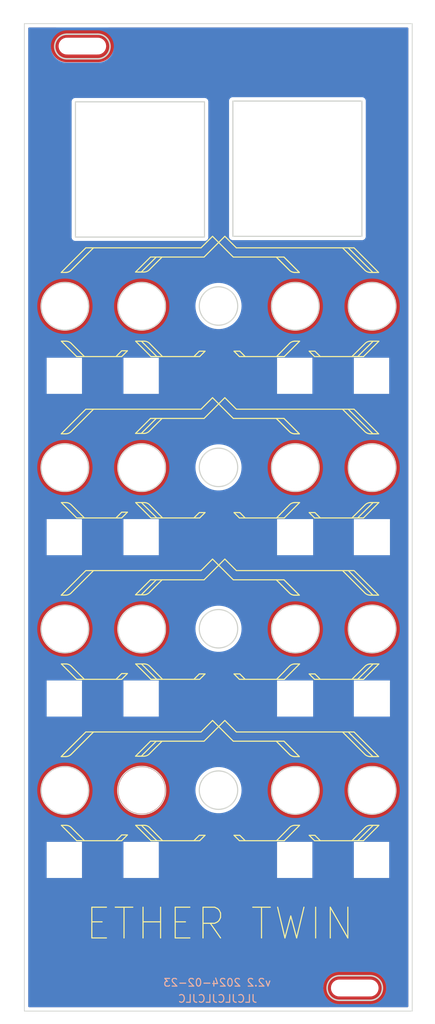
<source format=kicad_pcb>
(kicad_pcb (version 20221018) (generator pcbnew)
  (layers (0 "F.Cu" signal) (31 "B.Cu" signal) (34 "B.Paste" user) (35 "F.Paste" user) (36 "B.SilkS" user "B.Silkscreen") (37 "F.SilkS" user "F.Silkscreen") (38 "B.Mask" user) (39 "F.Mask" user) (44 "Edge.Cuts" user))
  (net 0 "")
  (gr_line (start 89.8 154.15) (end 89.8 149.65) (stroke (width 0.2)) (layer "F.Cu"))
  (gr_line (start 90.55 153.4) (end 90.55 150.15) (stroke (width 0.2)) (layer "F.Cu"))
  (gr_line (start 94.8 153.4) (end 93.8 153.4) (stroke (width 0.2)) (layer "F.Cu"))
  (gr_circle (center 132.278087 65.39942) (end 135.678087 65.39942) (stroke (width 0.75)) (fill none) (layer "F.Cu"))
  (gr_line (start 89.8 144.9) (end 89.8 149.65) (stroke (width 0.2)) (layer "F.Cu"))
  (gr_line (start 92.55 151.15) (end 91.55 151.9) (stroke (width 0.2)) (layer "F.Cu"))
  (gr_arc (start 92.55 33.15) (mid 90.95 31.55) (end 92.55 29.95) (stroke (width 1)) (layer "F.Cu"))
  (gr_line (start 90.55 149.15) (end 90.55 150.15) (stroke (width 0.2)) (layer "F.Cu"))
  (gr_line (start 135.8 34.55) (end 135.8 33.05) (stroke (width 0.2)) (layer "F.Cu"))
  (gr_circle (center 102.271299 86.406257) (end 105.671299 86.406257) (stroke (width 0.75)) (fill none) (layer "F.Cu"))
  (gr_circle (center 102.276073 107.39942) (end 105.676073 107.39942) (stroke (width 0.75)) (fill none) (layer "F.Cu"))
  (gr_circle (center 102.27708 65.39942) (end 105.67708 65.39942) (stroke (width 0.75)) (fill none) (layer "F.Cu"))
  (gr_line (start 99.325 30.7) (end 100.175 31.5) (stroke (width 0.2)) (layer "F.Cu"))
  (gr_line (start 129.55 32.3) (end 130.55 32.3) (stroke (width 0.2)) (layer "F.Cu"))
  (gr_arc (start 128.02 155.72) (mid 126.42 154.12) (end 128.02 152.52) (stroke (width 1)) (layer "F.Cu"))
  (gr_line (start 88.55 152.65) (end 91.3 152.65) (stroke (width 0.2)) (layer "F.Cu"))
  (gr_line (start 135.8 33.05) (end 133.05 33.05) (stroke (width 0.2)) (layer "F.Cu"))
  (gr_line (start 90.55 149.15) (end 92.55 151.15) (stroke (width 0.2)) (layer "F.Cu"))
  (gr_line (start 91.3 152.65) (end 91.3 152.15) (stroke (width 0.2)) (layer "F.Cu"))
  (gr_line (start 133.05 33.05) (end 133.05 30.3) (stroke (width 0.2)) (layer "F.Cu"))
  (gr_line (start 94.8 153.4) (end 93.05 151.65) (stroke (width 0.2)) (layer "F.Cu"))
  (gr_line (start 91.3 155.4) (end 92.8 155.4) (stroke (width 0.2)) (layer "F.Cu"))
  (gr_line (start 132.02 155.72) (end 128.02 155.72) (stroke (width 1)) (layer "F.Cu"))
  (gr_line (start 91.3 152.65) (end 91.3 155.4) (stroke (width 0.2)) (layer "F.Cu"))
  (gr_line (start 134.55 36.05) (end 134.55 40.8) (stroke (width 0.2)) (layer "F.Cu"))
  (gr_circle (center 132.27708 128.39942) (end 135.67708 128.39942) (stroke (width 0.75)) (fill none) (layer "F.Cu"))
  (gr_arc (start 92.55 33.15) (mid 90.95 31.55) (end 92.55 29.95) (stroke (width 1)) (layer "F.Cu"))
  (gr_line (start 131.3 34.05) (end 132.3 33.3) (stroke (width 0.2)) (layer "F.Cu"))
  (gr_line (start 124.15 154.15) (end 89.8 154.15) (stroke (width 0.2)) (layer "F.Cu"))
  (gr_arc (start 96.55 29.95) (mid 98.15 31.55) (end 96.55 33.15) (stroke (width 1)) (layer "F.Cu"))
  (gr_line (start 96.55 33.15) (end 92.55 33.15) (stroke (width 1)) (layer "F.Cu"))
  (gr_circle (center 132.272306 86.406257) (end 135.672306 86.406257) (stroke (width 0.75)) (fill none) (layer "F.Cu"))
  (gr_circle (center 122.276007 128.4) (end 125.676007 128.4) (stroke (width 0.75)) (fill none) (layer "F.Cu"))
  (gr_circle (center 122.276007 107.4) (end 125.676007 107.4) (stroke (width 0.75)) (fill none) (layer "F.Cu"))
  (gr_line (start 134.05 34.55) (end 135.8 34.55) (stroke (width 0.2)) (layer "F.Cu"))
  (gr_circle (center 132.27708 107.39942) (end 135.67708 107.39942) (stroke (width 0.75)) (fill none) (layer "F.Cu"))
  (gr_line (start 92.8 155.4) (end 92.8 153.65) (stroke (width 0.2)) (layer "F.Cu"))
  (gr_line (start 128.02 152.52) (end 132.02 152.52) (stroke (width 1)) (layer "F.Cu"))
  (gr_line (start 92.55 29.95) (end 96.55 29.95) (stroke (width 1)) (layer "F.Cu"))
  (gr_arc (start 134.05 34.55) (mid 133.342893 34.257107) (end 133.05 33.55) (stroke (width 0.2)) (layer "F.Cu"))
  (gr_circle (center 92.275 107.4) (end 95.675 107.4) (stroke (width 0.75)) (fill none) (layer "F.Cu"))
  (gr_circle (center 92.270226 86.406837) (end 95.670226 86.406837) (stroke (width 0.75)) (fill none) (layer "F.Cu"))
  (gr_line (start 133.8 36.55) (end 133.8 35.55) (stroke (width 0.2)) (layer "F.Cu"))
  (gr_line (start 93.05 151.65) (end 92.05 152.4) (stroke (width 0.2)) (layer "F.Cu"))
  (gr_line (start 131.8 34.55) (end 132.8 33.8) (stroke (width 0.2)) (layer "F.Cu"))
  (gr_line (start 124.925 154.875) (end 124.175 154.125) (stroke (width 0.2)) (layer "F.Cu"))
  (gr_circle (center 92.275 128.4) (end 95.675 128.355641) (stroke (width 0.75)) (fill none) (layer "F.Cu"))
  (gr_line (start 90.55 153.4) (end 93.8 153.4) (stroke (width 0.2)) (layer "F.Cu"))
  (gr_line (start 129.55 32.3) (end 131.3 34.05) (stroke (width 0.2)) (layer "F.Cu"))
  (gr_line (start 133.675 39.925) (end 134.55 40.8) (stroke (width 0.2)) (layer "F.Cu"))
  (gr_circle (center 122.277014 65.4) (end 125.677014 65.4) (stroke (width 0.75)) (fill none) (layer "F.Cu"))
  (gr_line (start 133.8 36.55) (end 131.8 34.55) (stroke (width 0.2)) (layer "F.Cu"))
  (gr_arc (start 96.55 29.95) (mid 98.15 31.55) (end 96.55 33.15) (stroke (width 1)) (layer "F.Cu"))
  (gr_line (start 131.55 30.3) (end 131.55 32.05) (stroke (width 0.2)) (layer "F.Cu"))
  (gr_line (start 133.05 33.05) (end 133.05 33.55) (stroke (width 0.2)) (layer "F.Cu"))
  (gr_line (start 100.175 31.5) (end 99.425 32.2) (stroke (width 0.2)) (layer "F.Cu"))
  (gr_line (start 92.55 29.95) (end 96.55 29.95) (stroke (width 1)) (layer "F.Cu"))
  (gr_line (start 133.8 32.3) (end 130.55 32.3) (stroke (width 0.2)) (layer "F.Cu"))
  (gr_line (start 96.55 33.15) (end 92.55 33.15) (stroke (width 1)) (layer "F.Cu"))
  (gr_line (start 88.55 151.15) (end 88.55 152.65) (stroke (width 0.2)) (layer "F.Cu"))
  (gr_arc (start 91.8 152.65) (mid 92.507107 152.942893) (end 92.8 153.65) (stroke (width 0.2)) (layer "F.Cu"))
  (gr_circle (center 102.276073 128.39942) (end 105.676073 128.39942) (stroke (width 0.75)) (fill none) (layer "F.Cu"))
  (gr_line (start 133.05 30.3) (end 131.55 30.3) (stroke (width 0.2)) (layer "F.Cu"))
  (gr_line (start 132.55 33.05) (end 133.05 33.05) (stroke (width 0.2)) (layer "F.Cu"))
  (gr_arc (start 90.3 151.15) (mid 91.007107 151.442893) (end 91.3 152.15) (stroke (width 0.2)) (layer "F.Cu"))
  (gr_line (start 134.55 31.55) (end 134.55 36.05) (stroke (width 0.2)) (layer "F.Cu"))
  (gr_arc (start 132.02 152.52) (mid 133.62 154.12) (end 132.02 155.72) (stroke (width 1)) (layer "F.Cu"))
  (gr_line (start 100.175 31.5) (end 134.525 31.5) (stroke (width 0.2)) (layer "F.Cu"))
  (gr_arc (start 132.55 33.05) (mid 131.842893 32.757107) (end 131.55 32.05) (stroke (width 0.2)) (layer "F.Cu"))
  (gr_circle (center 92.27708 65.4) (end 95.67708 65.4) (stroke (width 0.75)) (fill none) (layer "F.Cu"))
  (gr_line (start 91.8 152.65) (end 91.3 152.65) (stroke (width 0.2)) (layer "F.Cu"))
  (gr_line (start 90.3 151.15) (end 88.55 151.15) (stroke (width 0.2)) (layer "F.Cu"))
  (gr_line (start 133.8 32.3) (end 133.8 35.55) (stroke (width 0.2)) (layer "F.Cu"))
  (gr_line (start 124.2 154.15) (end 124.95 153.4) (stroke (width 0.2)) (layer "F.Cu"))
  (gr_circle (center 122.271233 86.406837) (end 125.671233 86.406837) (stroke (width 0.75)) (fill none) (layer "F.Cu"))
  (gr_line (start 89.8 144.9) (end 90.55 145.65) (stroke (width 0.2)) (layer "F.Cu"))
  (gr_line (start 91.8 124) (end 92.385786 124) (stroke (width 0.15)) (layer "F.SilkS"))
  (gr_line (start 101.491257 111.949999) (end 103.491257 113.949999) (stroke (width 0.15)) (layer "F.SilkS"))
  (gr_line (start 99.667893 113.95) (end 100.417893 113.2) (stroke (width 0.15)) (layer "F.SilkS"))
  (gr_arc (start 103.2678 102.657647) (mid 102.943566 102.874025) (end 102.561234 102.95) (stroke (width 0.15)) (layer "F.SilkS"))
  (gr_line (start 102.241257 90.949999) (end 104.241257 92.949999) (stroke (width 0.15)) (layer "F.SilkS"))
  (gr_line (start 101.475 81.95) (end 103.424007 79.999608) (stroke (width 0.15)) (layer "F.SilkS"))
  (gr_line (start 131.332107 123.707107) (end 128.428539 120.8) (stroke (width 0.15)) (layer "F.SilkS"))
  (gr_line (start 131.36585 133.242892) (end 129.65 134.95) (stroke (width 0.15)) (layer "F.SilkS"))
  (gr_line (start 131.332107 102.707107) (end 128.428539 99.8) (stroke (width 0.15)) (layer "F.SilkS"))
  (gr_line (start 120.8 59) (end 114.2 59) (stroke (width 0.15)) (layer "F.SilkS"))
  (gr_line (start 109.827043 113.949999) (end 110.527043 113.249999) (stroke (width 0.15)) (layer "F.SilkS"))
  (gr_line (start 122.833743 90.949999) (end 120.833743 92.949999) (stroke (width 0.15)) (layer "F.SilkS"))
  (gr_line (start 122.8 61) (end 122.214214 61) (stroke (width 0.15)) (layer "F.SilkS"))
  (gr_line (start 115.75 134.95) (end 115.05 134.25) (stroke (width 0.15)) (layer "F.SilkS"))
  (gr_line (start 122.833743 69.949999) (end 120.833743 71.949999) (stroke (width 0.15)) (layer "F.SilkS"))
  (gr_line (start 93.092893 60.707107) (end 95.4 58.4) (stroke (width 0.15)) (layer "F.SilkS"))
  (gr_line (start 101.491257 90.949999) (end 102.605794 90.949999) (stroke (width 0.15)) (layer "F.SilkS"))
  (gr_line (start 98.925 71.95) (end 99.675 71.2) (stroke (width 0.15)) (layer "F.SilkS"))
  (gr_line (start 122.8 82) (end 122.214214 82) (stroke (width 0.15)) (layer "F.SilkS"))
  (gr_line (start 91.8 124) (end 95 120.8) (stroke (width 0.15)) (layer "F.SilkS"))
  (gr_line (start 103.424007 79.999608) (end 110.4 80) (stroke (width 0.15)) (layer "F.SilkS"))
  (gr_line (start 110.4 101) (end 113.1 98.3) (stroke (width 0.15)) (layer "F.SilkS"))
  (gr_line (start 133.125 103) (end 129.924944 99.800276) (stroke (width 0.15)) (layer "F.SilkS"))
  (gr_arc (start 122.214214 124) (mid 121.831529 123.923884) (end 121.507107 123.707107) (stroke (width 0.15)) (layer "F.SilkS"))
  (gr_line (start 124.082107 92.25) (end 124.83415 92.250001) (stroke (width 0.15)) (layer "F.SilkS"))
  (gr_line (start 133.125 61) (end 132.039214 61) (stroke (width 0.15)) (layer "F.SilkS"))
  (gr_line (start 101.475 60.95) (end 103.424007 58.999608) (stroke (width 0.15)) (layer "F.SilkS"))
  (gr_line (start 91.816257 69.949999) (end 93.816257 71.949999) (stroke (width 0.15)) (layer "F.SilkS"))
  (gr_line (start 131.332107 60.707107) (end 128.428539 57.8) (stroke (width 0.15)) (layer "F.SilkS"))
  (gr_line (start 103.424007 100.999608) (end 110.4 101) (stroke (width 0.15)) (layer "F.SilkS"))
  (gr_arc (start 132.039214 82) (mid 131.656529 81.923883) (end 131.332107 81.707107) (stroke (width 0.15)) (layer "F.SilkS"))
  (gr_arc (start 103.2678 60.657647) (mid 102.943569 60.874036) (end 102.561234 60.95) (stroke (width 0.15)) (layer "F.SilkS"))
  (gr_line (start 101.491257 111.949999) (end 102.605794 111.949999) (stroke (width 0.15)) (layer "F.SilkS"))
  (gr_line (start 114.997957 71.949999) (end 114.297957 71.249999) (stroke (width 0.15)) (layer "F.SilkS"))
  (gr_line (start 133.158743 69.949999) (end 131.15 71.95) (stroke (width 0.15)) (layer "F.SilkS"))
  (gr_arc (start 93.092893 102.707107) (mid 92.768463 102.923854) (end 92.385786 103) (stroke (width 0.15)) (layer "F.SilkS"))
  (gr_line (start 110.527043 113.249999) (end 109.775 113.25) (stroke (width 0.15)) (layer "F.SilkS"))
  (gr_line (start 91.8 103) (end 95 99.8) (stroke (width 0.15)) (layer "F.SilkS"))
  (gr_line (start 101.475 60.95) (end 102.561234 60.95) (stroke (width 0.15)) (layer "F.SilkS"))
  (gr_line (start 103.491257 71.949999) (end 109.827043 71.949999) (stroke (width 0.15)) (layer "F.SilkS"))
  (gr_line (start 122.8 124) (end 120.8 122) (stroke (width 0.15)) (layer "F.SilkS"))
  (gr_line (start 101.491257 132.949999) (end 103.491257 134.949999) (stroke (width 0.15)) (layer "F.SilkS"))
  (gr_line (start 120.8 101) (end 114.2 101) (stroke (width 0.15)) (layer "F.SilkS"))
  (gr_line (start 121.506109 91.248933) (end 119.833743 92.949999) (stroke (width 0.15)) (layer "F.SilkS"))
  (gr_arc (start 122.214214 82) (mid 121.831529 81.923884) (end 121.507107 81.707107) (stroke (width 0.15)) (layer "F.SilkS"))
  (gr_line (start 114.297957 92.249999) (end 115.05 92.25) (stroke (width 0.15)) (layer "F.SilkS"))
  (gr_line (start 109.827043 92.949999) (end 110.527043 92.249999) (stroke (width 0.15)) (layer "F.SilkS"))
  (gr_arc (start 131.36585 91.242892) (mid 131.690261 91.026089) (end 132.072957 90.949999) (stroke (width 0.15)) (layer "F.SilkS"))
  (gr_line (start 131.15 92.95) (end 124.782107 92.95) (stroke (width 0.15)) (layer "F.SilkS"))
  (gr_arc (start 102.605794 132.949999) (mid 102.992403 133.027757) (end 103.318891 133.248933) (stroke (width 0.15)) (layer "F.SilkS"))
  (gr_line (start 114.2 101) (end 111.5 98.3) (stroke (width 0.15)) (layer "F.SilkS"))
  (gr_line (start 132.8 82) (end 132.214214 82) (stroke (width 0.15)) (layer "F.SilkS"))
  (gr_line (start 114.297957 134.249999) (end 115.05 134.25) (stroke (width 0.15)) (layer "F.SilkS"))
  (gr_line (start 110 78.8) (end 111.5 77.3) (stroke (width 0.15)) (layer "F.SilkS"))
  (gr_line (start 91.8 61) (end 92.385786 61) (stroke (width 0.15)) (layer "F.SilkS"))
  (gr_line (start 120.8 122) (end 114.2 122) (stroke (width 0.15)) (layer "F.SilkS"))
  (gr_line (start 98.925 92.95) (end 99.675 92.2) (stroke (width 0.15)) (layer "F.SilkS"))
  (gr_line (start 103.2678 60.657647) (end 104.92684 59.00114) (stroke (width 0.15)) (layer "F.SilkS"))
  (gr_line (start 122.8 82) (end 122.214214 82) (stroke (width 0.15)) (layer "F.SilkS"))
  (gr_line (start 103.424007 121.999608) (end 110.4 122) (stroke (width 0.15)) (layer "F.SilkS"))
  (gr_line (start 132.408743 90.949999) (end 130.4 92.95) (stroke (width 0.15)) (layer "F.SilkS"))
  (gr_line (start 99.667893 134.95) (end 100.417893 134.2) (stroke (width 0.15)) (layer "F.SilkS"))
  (gr_line (start 131.36585 112.242892) (end 129.65 113.95) (stroke (width 0.15)) (layer "F.SilkS"))
  (gr_line (start 102.225 102.95) (end 104.174007 100.999608) (stroke (width 0.15)) (layer "F.SilkS"))
  (gr_line (start 131.15 134.95) (end 124.782107 134.95) (stroke (width 0.15)) (layer "F.SilkS"))
  (gr_line (start 110.527043 92.249999) (end 109.775 92.25) (stroke (width 0.15)) (layer "F.SilkS"))
  (gr_arc (start 93.092893 123.707107) (mid 92.768468 123.923875) (end 92.385786 124) (stroke (width 0.15)) (layer "F.SilkS"))
  (gr_line (start 109.075 134.95) (end 109.775 134.25) (stroke (width 0.15)) (layer "F.SilkS"))
  (gr_line (start 103.2678 102.657647) (end 104.92684 101.00114) (stroke (width 0.15)) (layer "F.SilkS"))
  (gr_line (start 103.318891 133.248933) (end 104.991257 134.949999) (stroke (width 0.15)) (layer "F.SilkS"))
  (gr_line (start 103.491257 92.949999) (end 109.827043 92.949999) (stroke (width 0.15)) (layer "F.SilkS"))
  (gr_line (start 122.8 103) (end 120.8 101) (stroke (width 0.15)) (layer "F.SilkS"))
  (gr_line (start 122.8 124) (end 120.8 122) (stroke (width 0.15)) (layer "F.SilkS"))
  (gr_line (start 110.4 122) (end 113.1 119.3) (stroke (width 0.15)) (layer "F.SilkS"))
  (gr_line (start 131.36585 70.242892) (end 129.65 71.95) (stroke (width 0.15)) (layer "F.SilkS"))
  (gr_line (start 124.082107 113.25) (end 124.83415 113.250001) (stroke (width 0.15)) (layer "F.SilkS"))
  (gr_arc (start 122.214214 124) (mid 121.831529 123.923884) (end 121.507107 123.707107) (stroke (width 0.15)) (layer "F.SilkS"))
  (gr_line (start 101.475 123.95) (end 103.424007 121.999608) (stroke (width 0.15)) (layer "F.SilkS"))
  (gr_line (start 114.6 57.8) (end 113.1 56.3) (stroke (width 0.15)) (layer "F.SilkS"))
  (gr_line (start 101.8 123.95) (end 102.386234 123.95) (stroke (width 0.15)) (layer "F.SilkS"))
  (gr_line (start 132.408743 132.949999) (end 130.4 134.95) (stroke (width 0.15)) (layer "F.SilkS"))
  (gr_line (start 101.475 81.95) (end 102.561234 81.95) (stroke (width 0.15)) (layer "F.SilkS"))
  (gr_line (start 122.833743 69.949999) (end 122.219206 69.949999) (stroke (width 0.15)) (layer "F.SilkS"))
  (gr_line (start 93.10915 112.242892) (end 94.811863 113.948377) (stroke (width 0.15)) (layer "F.SilkS"))
  (gr_arc (start 132.039214 61) (mid 131.656529 60.923883) (end 131.332107 60.707107) (stroke (width 0.15)) (layer "F.SilkS"))
  (gr_line (start 121.507107 60.707107) (end 119.8 59) (stroke (width 0.15)) (layer "F.SilkS"))
  (gr_arc (start 93.092893 60.707107) (mid 92.768468 60.923875) (end 92.385786 61) (stroke (width 0.15)) (layer "F.SilkS"))
  (gr_line (start 133.125 82) (end 132.039214 82) (stroke (width 0.15)) (layer "F.SilkS"))
  (gr_arc (start 132.039214 124) (mid 131.656529 123.923884) (end 131.332107 123.707107) (stroke (width 0.15)) (layer "F.SilkS"))
  (gr_line (start 121.507107 60.707107) (end 119.8 59) (stroke (width 0.15)) (layer "F.SilkS"))
  (gr_line (start 122.8 103) (end 122.214214 103) (stroke (width 0.15)) (layer "F.SilkS"))
  (gr_line (start 101.475 102.95) (end 103.424007 100.999608) (stroke (width 0.15)) (layer "F.SilkS"))
  (gr_line (start 122.833743 132.949999) (end 120.833743 134.949999) (stroke (width 0.15)) (layer "F.SilkS"))
  (gr_line (start 99.667893 92.95) (end 100.417893 92.2) (stroke (width 0.15)) (layer "F.SilkS"))
  (gr_line (start 110 57.8) (end 111.5 56.3) (stroke (width 0.15)) (layer "F.SilkS"))
  (gr_line (start 132.375 124) (end 129.172793 120.800276) (stroke (width 0.15)) (layer "F.SilkS"))
  (gr_line (start 110.4 80) (end 113.1 77.3) (stroke (width 0.15)) (layer "F.SilkS"))
  (gr_line (start 122.833743 111.949999) (end 120.833743 113.949999) (stroke (width 0.15)) (layer "F.SilkS"))
  (gr_line (start 132.8 103) (end 132.214214 103) (stroke (width 0.15)) (layer "F.SilkS"))
  (gr_arc (start 122.214214 103) (mid 121.831533 102.923878) (end 121.507107 102.707107) (stroke (width 0.15)) (layer "F.SilkS"))
  (gr_line (start 114.997957 92.949999) (end 114.297957 92.249999) (stroke (width 0.15)) (layer "F.SilkS"))
  (gr_line (start 124.782107 134.95) (end 124.082107 134.25) (stroke (width 0.15)) (layer "F.SilkS"))
  (gr_line (start 125.53415 71.950001) (end 124.83415 71.250001) (stroke (width 0.15)) (layer "F.SilkS"))
  (gr_line (start 121.507107 102.707107) (end 119.8 101) (stroke (width 0.15)) (layer "F.SilkS"))
  (gr_line (start 103.2678 81.657647) (end 104.92684 80.00114) (stroke (width 0.15)) (layer "F.SilkS"))
  (gr_line (start 93.816257 92.949999) (end 99.667893 92.95) (stroke (width 0.15)) (layer "F.SilkS"))
  (gr_line (start 91.8 124) (end 92.385786 124) (stroke (width 0.15)) (layer "F.SilkS"))
  (gr_line (start 91.8 103) (end 92.385786 103) (stroke (width 0.15)) (layer "F.SilkS"))
  (gr_line (start 109.075 71.95) (end 109.775 71.25) (stroke (width 0.15)) (layer "F.SilkS"))
  (gr_line (start 101.475 123.95) (end 102.561234 123.95) (stroke (width 0.15)) (layer "F.SilkS"))
  (gr_line (start 133.125 82) (end 129.924944 78.800276) (stroke (width 0.15)) (layer "F.SilkS"))
  (gr_line (start 110.527043 134.249999) (end 109.775 134.25) (stroke (width 0.15)) (layer "F.SilkS"))
  (gr_line (start 100.417893 134.2) (end 99.675 134.2) (stroke (width 0.15)) (layer "F.SilkS"))
  (gr_line (start 98.925 113.95) (end 99.675 113.2) (stroke (width 0.15)) (layer "F.SilkS"))
  (gr_line (start 122.8 103) (end 122.214214 103) (stroke (width 0.15)) (layer "F.SilkS"))
  (gr_line (start 132.8 124) (end 132.214214 124) (stroke (width 0.15)) (layer "F.SilkS"))
  (gr_line (start 114.997957 134.949999) (end 114.297957 134.249999) (stroke (width 0.15)) (layer "F.SilkS"))
  (gr_line (start 114.297957 71.249999) (end 115.05 71.25) (stroke (width 0.15)) (layer "F.SilkS"))
  (gr_line (start 103.491257 113.949999) (end 109.827043 113.949999) (stroke (width 0.15)) (layer "F.SilkS"))
  (gr_line (start 98.925 134.95) (end 99.675 134.2) (stroke (width 0.15)) (layer "F.SilkS"))
  (gr_line (start 95 78.8) (end 110 78.8) (stroke (width 0.15)) (layer "F.SilkS"))
  (gr_line (start 125.53415 113.950001) (end 124.83415 113.250001) (stroke (width 0.15)) (layer "F.SilkS"))
  (gr_line (start 122.8 82) (end 120.8 80) (stroke (width 0.15)) (layer "F.SilkS"))
  (gr_arc (start 103.2678 123.657647) (mid 102.943569 123.874036) (end 102.561234 123.95) (stroke (width 0.15)) (layer "F.SilkS"))
  (gr_line (start 114.297957 113.249999) (end 115.05 113.25) (stroke (width 0.15)) (layer "F.SilkS"))
  (gr_line (start 102.225 123.95) (end 104.174007 121.999608) (stroke (width 0.15)) (layer "F.SilkS"))
  (gr_arc (start 132.039214 103) (mid 131.656528 102.923884) (end 131.332107 102.707107) (stroke (width 0.15)) (layer "F.SilkS"))
  (gr_arc (start 122.214214 61) (mid 121.831529 60.923884) (end 121.507107 60.707107) (stroke (width 0.15)) (layer "F.SilkS"))
  (gr_line (start 114.2 59) (end 111.5 56.3) (stroke (width 0.15)) (layer "F.SilkS"))
  (gr_line (start 122.833743 90.949999) (end 122.219206 90.949999) (stroke (width 0.15)) (layer "F.SilkS"))
  (gr_line (start 101.475 102.95) (end 102.561234 102.95) (stroke (width 0.15)) (layer "F.SilkS"))
  (gr_line (start 133.158743 132.949999) (end 131.15 134.95) (stroke (width 0.15)) (layer "F.SilkS"))
  (gr_line (start 91.816257 111.949999) (end 93.816257 113.949999) (stroke (width 0.15)) (layer "F.SilkS"))
  (gr_line (start 102.241257 132.949999) (end 104.241257 134.949999) (stroke (width 0.15)) (layer "F.SilkS"))
  (gr_line (start 93.816257 113.949999) (end 99.667893 113.95) (stroke (width 0.15)) (layer "F.SilkS"))
  (gr_line (start 91.816257 90.949999) (end 93.816257 92.949999) (stroke (width 0.15)) (layer "F.SilkS"))
  (gr_line (start 132.375 82) (end 129.172793 78.800276) (stroke (width 0.15)) (layer "F.SilkS"))
  (gr_arc (start 121.506109 112.248933) (mid 121.832596 112.027757) (end 122.219206 111.949999) (stroke (width 0.15)) (layer "F.SilkS"))
  (gr_line (start 131.332107 81.707107) (end 128.428539 78.8) (stroke (width 0.15)) (layer "F.SilkS"))
  (gr_line (start 122.8 124) (end 122.214214 124) (stroke (width 0.15)) (layer "F.SilkS"))
  (gr_line (start 129.924944 99.800276) (end 114.6 99.8) (stroke (width 0.15)) (layer "F.SilkS"))
  (gr_line (start 93.092893 60.707107) (end 96 57.8) (stroke (width 0.15)) (layer "F.SilkS"))
  (gr_line (start 132.375 61) (end 129.172793 57.800276) (stroke (width 0.15)) (layer "F.SilkS"))
  (gr_line (start 129.924944 78.800276) (end 114.6 78.8) (stroke (width 0.15)) (layer "F.SilkS"))
  (gr_line (start 122.8 103) (end 120.8 101) (stroke (width 0.15)) (layer "F.SilkS"))
  (gr_line (start 109.075 113.95) (end 109.775 113.25) (stroke (width 0.15)) (layer "F.SilkS"))
  (gr_line (start 122.8 61) (end 120.8 59) (stroke (width 0.15)) (layer "F.SilkS"))
  (gr_line (start 125.53415 92.950001) (end 124.83415 92.250001) (stroke (width 0.15)) (layer "F.SilkS"))
  (gr_line (start 100.417893 92.2) (end 99.675 92.2) (stroke (width 0.15)) (layer "F.SilkS"))
  (gr_line (start 120.833743 134.949999) (end 114.997957 134.949999) (stroke (width 0.15)) (layer "F.SilkS"))
  (gr_line (start 93.816257 134.949999) (end 99.667893 134.95) (stroke (width 0.15)) (layer "F.SilkS"))
  (gr_arc (start 92.402043 90.949999) (mid 92.784739 91.026089) (end 93.10915 91.242892) (stroke (width 0.15)) (layer "F.SilkS"))
  (gr_line (start 121.507107 123.707107) (end 119.8 122) (stroke (width 0.15)) (layer "F.SilkS"))
  (gr_line (start 133.158743 90.949999) (end 131.15 92.95) (stroke (width 0.15)) (layer "F.SilkS"))
  (gr_line (start 101.491257 90.949999) (end 103.491257 92.949999) (stroke (width 0.15)) (layer "F.SilkS"))
  (gr_line (start 91.8 82) (end 92.385786 82) (stroke (width 0.15)) (layer "F.SilkS"))
  (gr_arc (start 122.214214 103) (mid 121.831533 102.923878) (end 121.507107 102.707107) (stroke (width 0.15)) (layer "F.SilkS"))
  (gr_line (start 110 120.8) (end 111.5 119.3) (stroke (width 0.15)) (layer "F.SilkS"))
  (gr_line (start 133.125 124) (end 129.924944 120.800276) (stroke (width 0.15)) (layer "F.SilkS"))
  (gr_line (start 122.833743 132.949999) (end 122.219206 132.949999) (stroke (width 0.15)) (layer "F.SilkS"))
  (gr_line (start 110.527043 71.249999) (end 109.775 71.25) (stroke (width 0.15)) (layer "F.SilkS"))
  (gr_line (start 133.125 124) (end 132.039214 124) (stroke (width 0.15)) (layer "F.SilkS"))
  (gr_line (start 133.125 61) (end 129.924944 57.800276) (stroke (width 0.15)) (layer "F.SilkS"))
  (gr_arc (start 103.2678 81.657647) (mid 102.943569 81.874036) (end 102.561234 81.95) (stroke (width 0.15)) (layer "F.SilkS"))
  (gr_line (start 125.53415 134.950001) (end 124.83415 134.250001) (stroke (width 0.15)) (layer "F.SilkS"))
  (gr_line (start 131.15 71.95) (end 124.782107 71.95) (stroke (width 0.15)) (layer "F.SilkS"))
  (gr_line (start 120.833743 71.949999) (end 114.997957 71.949999) (stroke (width 0.15)) (layer "F.SilkS"))
  (gr_line (start 91.816257 132.949999) (end 93.816257 134.949999) (stroke (width 0.15)) (layer "F.SilkS"))
  (gr_line (start 102.241257 69.949999) (end 104.241257 71.949999) (stroke (width 0.15)) (layer "F.SilkS"))
  (gr_line (start 121.507107 81.707107) (end 119.8 80) (stroke (width 0.15)) (layer "F.SilkS"))
  (gr_line (start 102.241257 111.949999) (end 104.241257 113.949999) (stroke (width 0.15)) (layer "F.SilkS"))
  (gr_arc (start 102.605794 90.949999) (mid 102.992403 91.027757) (end 103.318891 91.248933) (stroke (width 0.15)) (layer "F.SilkS"))
  (gr_line (start 109.075 92.95) (end 109.775 92.25) (stroke (width 0.15)) (layer "F.SilkS"))
  (gr_line (start 102.225 81.95) (end 104.174007 79.999608) (stroke (width 0.15)) (layer "F.SilkS"))
  (gr_line (start 115.75 92.95) (end 115.05 92.25) (stroke (width 0.15)) (layer "F.SilkS"))
  (gr_arc (start 92.402043 111.949999) (mid 92.784737 112.026092) (end 93.10915 112.242892) (stroke (width 0.15)) (layer "F.SilkS"))
  (gr_line (start 132.8 61) (end 132.214214 61) (stroke (width 0.15)) (layer "F.SilkS"))
  (gr_line (start 121.506109 112.248933) (end 119.833743 113.949999) (stroke (width 0.15)) (layer "F.SilkS"))
  (gr_arc (start 92.402043 69.949999) (mid 92.784739 70.026089) (end 93.10915 70.242892) (stroke (width 0.15)) (layer "F.SilkS"))
  (gr_line (start 131.36585 91.242892) (end 129.65 92.95) (stroke (width 0.15)) (layer "F.SilkS"))
  (gr_line (start 103.318891 70.248933) (end 104.991257 71.949999) (stroke (width 0.15)) (layer "F.SilkS"))
  (gr_line (start 91.816257 111.949999) (end 92.402043 111.949999) (stroke (width 0.15)) (layer "F.SilkS"))
  (gr_line (start 101.491257 132.949999) (end 102.605794 132.949999) (stroke (width 0.15)) (layer "F.SilkS"))
  (gr_line (start 133.125 103) (end 132.039214 103) (stroke (width 0.15)) (layer "F.SilkS"))
  (gr_line (start 101.491257 69.949999) (end 102.605794 69.949999) (stroke (width 0.15)) (layer "F.SilkS"))
  (gr_line (start 114.6 120.8) (end 113.1 119.3) (stroke (width 0.15)) (layer "F.SilkS"))
  (gr_line (start 124.782107 113.95) (end 124.082107 113.25) (stroke (width 0.15)) (layer "F.SilkS"))
  (gr_arc (start 92.402043 132.949999) (mid 92.784739 133.026089) (end 93.10915 133.242892) (stroke (width 0.15)) (layer "F.SilkS"))
  (gr_line (start 109.827043 71.949999) (end 110.527043 71.249999) (stroke (width 0.15)) (layer "F.SilkS"))
  (gr_line (start 129.924944 57.800276) (end 114.6 57.8) (stroke (width 0.15)) (layer "F.SilkS"))
  (gr_line (start 93.816257 71.949999) (end 99.667893 71.95) (stroke (width 0.15)) (layer "F.SilkS"))
  (gr_line (start 110.4 59) (end 113.1 56.3) (stroke (width 0.15)) (layer "F.SilkS"))
  (gr_line (start 120.833743 113.949999) (end 114.997957 113.949999) (stroke (width 0.15)) (layer "F.SilkS"))
  (gr_line (start 101.491257 69.949999) (end 103.491257 71.949999) (stroke (width 0.15)) (layer "F.SilkS"))
  (gr_line (start 109.827043 134.949999) (end 110.527043 134.249999) (stroke (width 0.15)) (layer "F.SilkS"))
  (gr_line (start 124.782107 71.95) (end 124.082107 71.25) (stroke (width 0.15)) (layer "F.SilkS"))
  (gr_line (start 95 57.8) (end 110 57.8) (stroke (width 0.15)) (layer "F.SilkS"))
  (gr_line (start 114.6 99.8) (end 113.1 98.3) (stroke (width 0.15)) (layer "F.SilkS"))
  (gr_line (start 93.10915 133.242892) (end 94.811863 134.948377) (stroke (width 0.15)) (layer "F.SilkS"))
  (gr_line (start 103.2678 123.657647) (end 104.92684 122.00114) (stroke (width 0.15)) (layer "F.SilkS"))
  (gr_line (start 133.158743 111.949999) (end 131.15 113.95) (stroke (width 0.15)) (layer "F.SilkS"))
  (gr_arc (start 121.506109 70.248933) (mid 121.832597 70.027757) (end 122.219206 69.949999) (stroke (width 0.15)) (layer "F.SilkS"))
  (gr_line (start 121.507107 102.707107) (end 119.8 101) (stroke (width 0.15)) (layer "F.SilkS"))
  (gr_line (start 120.8 80) (end 114.2 80) (stroke (width 0.15)) (layer "F.SilkS"))
  (gr_line (start 91.816257 132.949999) (end 92.402043 132.949999) (stroke (width 0.15)) (layer "F.SilkS"))
  (gr_line (start 129.924944 120.800276) (end 114.6 120.8) (stroke (width 0.15)) (layer "F.SilkS"))
  (gr_line (start 120.833743 92.949999) (end 114.997957 92.949999) (stroke (width 0.15)) (layer "F.SilkS"))
  (gr_arc (start 102.605794 69.949999) (mid 102.992403 70.027757) (end 103.318891 70.248933) (stroke (width 0.15)) (layer "F.SilkS"))
  (gr_line (start 102.225 60.95) (end 104.174007 58.999608) (stroke (width 0.15)) (layer "F.SilkS"))
  (gr_arc (start 93.092893 60.707107) (mid 92.768468 60.923875) (end 92.385786 61) (stroke (width 0.15)) (layer "F.SilkS"))
  (gr_line (start 91.8 124) (end 94.4 121.4) (stroke (width 0.15)) (layer "F.SilkS"))
  (gr_line (start 132.375 103) (end 129.172793 99.800276) (stroke (width 0.15)) (layer "F.SilkS"))
  (gr_arc (start 131.36585 70.242892) (mid 131.690261 70.026089) (end 132.072957 69.949999) (stroke (width 0.15)) (layer "F.SilkS"))
  (gr_line (start 93.10915 91.242892) (end 94.811863 92.948377) (stroke (width 0.15)) (layer "F.SilkS"))
  (gr_arc (start 131.36585 133.242892) (mid 131.690263 133.026088) (end 132.072957 132.949999) (stroke (width 0.15)) (layer "F.SilkS"))
  (gr_line (start 93.092893 81.707107) (end 96 78.8) (stroke (width 0.15)) (layer "F.SilkS"))
  (gr_line (start 122.8 61) (end 122.214214 61) (stroke (width 0.15)) (layer "F.SilkS"))
  (gr_line (start 114.997957 113.949999) (end 114.297957 113.249999) (stroke (width 0.15)) (layer "F.SilkS"))
  (gr_arc (start 122.214214 61) (mid 121.831529 60.923884) (end 121.507107 60.707107) (stroke (width 0.15)) (layer "F.SilkS"))
  (gr_line (start 124.782107 92.95) (end 124.082107 92.25) (stroke (width 0.15)) (layer "F.SilkS"))
  (gr_line (start 121.507107 81.707107) (end 119.8 80) (stroke (width 0.15)) (layer "F.SilkS"))
  (gr_line (start 95 120.8) (end 110 120.8) (stroke (width 0.15)) (layer "F.SilkS"))
  (gr_line (start 91.8 82) (end 95 78.8) (stroke (width 0.15)) (layer "F.SilkS"))
  (gr_line (start 103.318891 91.248933) (end 104.991257 92.949999) (stroke (width 0.15)) (layer "F.SilkS"))
  (gr_arc (start 102.605794 111.949999) (mid 102.992405 112.027754) (end 103.318891 112.248933) (stroke (width 0.15)) (layer "F.SilkS"))
  (gr_line (start 122.8 124) (end 122.214214 124) (stroke (width 0.15)) (layer "F.SilkS"))
  (gr_line (start 115.75 113.95) (end 115.05 113.25) (stroke (width 0.15)) (layer "F.SilkS"))
  (gr_line (start 103.424007 58.999608) (end 110.4 59) (stroke (width 0.15)) (layer "F.SilkS"))
  (gr_arc (start 121.506109 133.248933) (mid 121.832596 133.027757) (end 122.219206 132.949999) (stroke (width 0.15)) (layer "F.SilkS"))
  (gr_line (start 103.491257 134.949999) (end 109.827043 134.949999) (stroke (width 0.15)) (layer "F.SilkS"))
  (gr_line (start 121.506109 133.248933) (end 119.833743 134.949999) (stroke (width 0.15)) (layer "F.SilkS"))
  (gr_line (start 133.158743 132.949999) (end 132.072957 132.949999) (stroke (width 0.15)) (layer "F.SilkS"))
  (gr_arc (start 93.092893 81.707107) (mid 92.768468 81.923875) (end 92.385786 82) (stroke (width 0.15)) (layer "F.SilkS"))
  (gr_line (start 100.417893 71.2) (end 99.675 71.2) (stroke (width 0.15)) (layer "F.SilkS"))
  (gr_line (start 91.816257 90.949999) (end 92.402043 90.949999) (stroke (width 0.15)) (layer "F.SilkS"))
  (gr_line (start 122.8 61) (end 120.8 59) (stroke (width 0.15)) (layer "F.SilkS"))
  (gr_line (start 132.408743 111.949999) (end 130.4 113.95) (stroke (width 0.15)) (layer "F.SilkS"))
  (gr_line (start 114.2 80) (end 111.5 77.3) (stroke (width 0.15)) (layer "F.SilkS"))
  (gr_line (start 93.10915 70.242892) (end 94.811863 71.948377) (stroke (width 0.15)) (layer "F.SilkS"))
  (gr_arc (start 131.36585 112.242892) (mid 131.69026 112.026086) (end 132.072957 111.949999) (stroke (width 0.15)) (layer "F.SilkS"))
  (gr_line (start 115.75 71.95) (end 115.05 71.25) (stroke (width 0.15)) (layer "F.SilkS"))
  (gr_line (start 93.092893 102.707107) (end 96 99.8) (stroke (width 0.15)) (layer "F.SilkS"))
  (gr_line (start 124.082107 71.25) (end 124.83415 71.250001) (stroke (width 0.15)) (layer "F.SilkS"))
  (gr_line (start 121.506109 70.248933) (end 119.833743 71.949999) (stroke (width 0.15)) (layer "F.SilkS"))
  (gr_line (start 131.15 113.95) (end 124.782107 113.95) (stroke (width 0.15)) (layer "F.SilkS"))
  (gr_arc (start 122.214214 82) (mid 121.831529 81.923884) (end 121.507107 81.707107) (stroke (width 0.15)) (layer "F.SilkS"))
  (gr_line (start 103.318891 112.248933) (end 104.991257 113.949999) (stroke (width 0.15)) (layer "F.SilkS"))
  (gr_line (start 121.507107 123.707107) (end 119.8 122) (stroke (width 0.15)) (layer "F.SilkS"))
  (gr_line (start 122.8 82) (end 120.8 80) (stroke (width 0.15)) (layer "F.SilkS"))
  (gr_line (start 95 99.8) (end 110 99.8) (stroke (width 0.15)) (layer "F.SilkS"))
  (gr_line (start 122.833743 111.949999) (end 122.219206 111.949999) (stroke (width 0.15)) (layer "F.SilkS"))
  (gr_line (start 114.2 122) (end 111.5 119.3) (stroke (width 0.15)) (layer "F.SilkS"))
  (gr_line (start 110 99.8) (end 111.5 98.3) (stroke (width 0.15)) (layer "F.SilkS"))
  (gr_line (start 99.667893 71.95) (end 100.417893 71.2) (stroke (width 0.15)) (layer "F.SilkS"))
  (gr_line (start 101.8 60.95) (end 102.386234 60.95) (stroke (width 0.15)) (layer "F.SilkS"))
  (gr_line (start 114.6 78.8) (end 113.1 77.3) (stroke (width 0.15)) (layer "F.SilkS"))
  (gr_line (start 93.092893 123.707107) (end 96 120.8) (stroke (width 0.15)) (layer "F.SilkS"))
  (gr_line (start 91.8 61) (end 95 57.8) (stroke (width 0.15)) (layer "F.SilkS"))
  (gr_line (start 91.816257 69.949999) (end 92.402043 69.949999) (stroke (width 0.15)) (layer "F.SilkS"))
  (gr_line (start 132.408743 69.949999) (end 130.4 71.95) (stroke (width 0.15)) (layer "F.SilkS"))
  (gr_line (start 124.082107 134.25) (end 124.83415 134.250001) (stroke (width 0.15)) (layer "F.SilkS"))
  (gr_line (start 133.158743 111.949999) (end 132.072957 111.949999) (stroke (width 0.15)) (layer "F.SilkS"))
  (gr_arc (start 121.506109 91.248933) (mid 121.832597 91.027757) (end 122.219206 90.949999) (stroke (width 0.15)) (layer "F.SilkS"))
  (gr_line (start 133.158743 90.949999) (end 132.072957 90.949999) (stroke (width 0.15)) (layer "F.SilkS"))
  (gr_arc (start 93.092893 123.707107) (mid 92.768468 123.923875) (end 92.385786 124) (stroke (width 0.15)) (layer "F.SilkS"))
  (gr_line (start 93.092893 123.707107) (end 95.4 121.4) (stroke (width 0.15)) (layer "F.SilkS"))
  (gr_line (start 100.417893 113.2) (end 99.675 113.2) (stroke (width 0.15)) (layer "F.SilkS"))
  (gr_line (start 133.158743 69.949999) (end 132.072957 69.949999) (stroke (width 0.15)) (layer "F.SilkS"))
  (gr_circle (center 92.275 107.4) (end 95.375 107.4) (stroke (width 0.15)) (fill none) (layer "Edge.Cuts"))
  (gr_line (start 137.5 157.125) (end 87 157.125) (stroke (width 0.1)) (layer "Edge.Cuts"))
  (gr_arc (start 128.02 155.72) (mid 126.42 154.12) (end 128.02 152.52) (stroke (width 0.2)) (layer "Edge.Cuts"))
  (gr_circle (center 132.275 128.4) (end 135.375 128.4) (stroke (width 0.15)) (fill none) (layer "Edge.Cuts"))
  (gr_circle (center 112.275 128.37) (end 114.775 128.37) (stroke (width 0.15)) (fill none) (layer "Edge.Cuts"))
  (gr_line (start 87 28.625) (end 137.5 28.625) (stroke (width 0.1)) (layer "Edge.Cuts"))
  (gr_line (start 87 157.125) (end 87 28.625) (stroke (width 0.1)) (layer "Edge.Cuts"))
  (gr_line (start 130.95 56.3) (end 114.15 56.3) (stroke (width 0.15)) (layer "Edge.Cuts"))
  (gr_line (start 110.45 56.4) (end 93.65 56.4) (stroke (width 0.15)) (layer "Edge.Cuts"))
  (gr_circle (center 132.275 65.4) (end 135.375 65.4) (stroke (width 0.15)) (fill none) (layer "Edge.Cuts"))
  (gr_line (start 130.95 38.7) (end 130.95 56.3) (stroke (width 0.15)) (layer "Edge.Cuts"))
  (gr_line (start 128.02 152.52) (end 132.02 152.52) (stroke (width 0.2)) (layer "Edge.Cuts"))
  (gr_circle (center 102.275 107.4) (end 105.375 107.4) (stroke (width 0.15)) (fill none) (layer "Edge.Cuts"))
  (gr_circle (center 112.275 86.37) (end 114.775 86.37) (stroke (width 0.15)) (fill none) (layer "Edge.Cuts"))
  (gr_line (start 114.15 38.7) (end 130.95 38.7) (stroke (width 0.15)) (layer "Edge.Cuts"))
  (gr_circle (center 92.275 86.4) (end 95.375 86.4) (stroke (width 0.15)) (fill none) (layer "Edge.Cuts"))
  (gr_circle (center 122.275 86.4) (end 125.375 86.4) (stroke (width 0.15)) (fill none) (layer "Edge.Cuts"))
  (gr_circle (center 132.275 86.4) (end 135.375 86.4) (stroke (width 0.15)) (fill none) (layer "Edge.Cuts"))
  (gr_arc (start 92.55 33.2) (mid 90.95 31.6) (end 92.55 30) (stroke (width 0.2)) (layer "Edge.Cuts"))
  (gr_circle (center 92.275 128.4) (end 95.375 128.4) (stroke (width 0.15)) (fill none) (layer "Edge.Cuts"))
  (gr_arc (start 96.55 30) (mid 98.15 31.6) (end 96.55 33.2) (stroke (width 0.2)) (layer "Edge.Cuts"))
  (gr_circle (center 132.275 107.4) (end 135.375 107.4) (stroke (width 0.15)) (fill none) (layer "Edge.Cuts"))
  (gr_line (start 132.02 155.72) (end 128.02 155.72) (stroke (width 0.2)) (layer "Edge.Cuts"))
  (gr_line (start 110.45 38.8) (end 110.45 56.4) (stroke (width 0.15)) (layer "Edge.Cuts"))
  (gr_line (start 93.65 38.8) (end 110.45 38.8) (stroke (width 0.15)) (layer "Edge.Cuts"))
  (gr_circle (center 102.275 86.4) (end 105.375 86.4) (stroke (width 0.15)) (fill none) (layer "Edge.Cuts"))
  (gr_arc (start 132.02 152.52) (mid 133.62 154.12) (end 132.02 155.72) (stroke (width 0.2)) (layer "Edge.Cuts"))
  (gr_circle (center 122.275 65.4) (end 125.375 65.4) (stroke (width 0.15)) (fill none) (layer "Edge.Cuts"))
  (gr_line (start 92.55 30) (end 96.55 30) (stroke (width 0.2)) (layer "Edge.Cuts"))
  (gr_circle (center 112.275 107.37) (end 114.775 107.37) (stroke (width 0.15)) (fill none) (layer "Edge.Cuts"))
  (gr_circle (center 92.27708 65.4) (end 95.37708 65.4) (stroke (width 0.15)) (fill none) (layer "Edge.Cuts"))
  (gr_line (start 114.15 56.3) (end 114.15 38.7) (stroke (width 0.15)) (layer "Edge.Cuts"))
  (gr_line (start 96.55 33.2) (end 92.55 33.2) (stroke (width 0.2)) (layer "Edge.Cuts"))
  (gr_circle (center 122.275 107.4) (end 125.375 107.4) (stroke (width 0.15)) (fill none) (layer "Edge.Cuts"))
  (gr_circle (center 102.275 128.4) (end 105.4 128.4) (stroke (width 0.15)) (fill none) (layer "Edge.Cuts"))
  (gr_line (start 93.65 56.4) (end 93.65 38.8) (stroke (width 0.15)) (layer "Edge.Cuts"))
  (gr_circle (center 112.275 65.37) (end 114.775 65.37) (stroke (width 0.15)) (fill none) (layer "Edge.Cuts"))
  (gr_line (start 137.5 28.625) (end 137.5 157.125) (stroke (width 0.1)) (layer "Edge.Cuts"))
  (gr_circle (center 102.275 65.4) (end 105.375 65.4) (stroke (width 0.15)) (fill none) (layer "Edge.Cuts"))
  (gr_circle (center 122.275 128.4) (end 125.375 128.4) (stroke (width 0.15)) (fill none) (layer "Edge.Cuts"))
  (gr_text "chainable patch link over ethernet" (at 112.5 150.3) (layer "F.Cu") (effects (font (size 1.3 1.3) (thickness 0.2)) (justify bottom)))
  (gr_text "v2.2 2024-02-23" (at 112.1 154) (layer "B.SilkS") (effects (font (size 1 1)) (justify bottom mirror)))
  (gr_text "JLCJLCJLCJLC" (at 117.4 156.1) (layer "B.SilkS") (effects (font (size 1 1)) (justify left bottom mirror)))
  (gr_text "ETHER TWIN" (at 112.45 148.1) (layer "F.SilkS") (effects (font (size 4 4)) (justify bottom)))
  (zone (net 0) (net_name "") (layer "F.Cu") (priority 1) (connect_pads (clearance 0.5)) (min_thickness 0.25) (fill yes (thermal_gap 0.5) (thermal_bridge_width 0.5) (island_removal_mode 1) (island_area_min 10))
    (polygon (pts (xy 88.5 157) (xy 87 157) (xy 87 28.5) (xy 88.5 28.5)))
  )
  (zone (net 0) (net_name "") (layer "F.Cu") (priority 1) (connect_pads (clearance 0.5)) (min_thickness 0.25) (fill yes (thermal_gap 0.5) (thermal_bridge_width 0.5) (island_removal_mode 1) (island_area_min 10))
    (polygon (pts (xy 137.5 157) (xy 136 157) (xy 136 28.5) (xy 137.5 28.5)))
  )
  (zone (net 0) (net_name "") (layer "F.Cu") (connect_pads (clearance 0.5)) (min_thickness 0.25) (fill yes (thermal_gap 0.5) (thermal_bridge_width 0.5) (island_removal_mode 1) (island_area_min 10))
    (polygon (pts (xy 87 28.5) (xy 137.5 28.5) (xy 137.5 30) (xy 87 30)))
  )
  (zone (net 0) (net_name "") (layer "F.Cu") (connect_pads (clearance 0.5)) (min_thickness 0.25) (fill yes (thermal_gap 0.5) (thermal_bridge_width 0.5) (island_removal_mode 1) (island_area_min 10))
    (polygon (pts (xy 87 155.5) (xy 137.5 155.5) (xy 137.5 157.2) (xy 87 157.2)))
  )
  (zone (net 0) (net_name "") (layer "B.Cu") (connect_pads (clearance 0)) (min_thickness 0.25)
    (keepout (tracks allowed) (vias allowed) (pads allowed) (copperpour not_allowed) (footprints allowed))
    (fill (thermal_gap 0.5) (thermal_bridge_width 0.5))
    (polygon (pts (xy 129.9 135.1) (xy 134.5 135.1) (xy 134.5 139.8) (xy 129.9 139.8)))
  )
  (zone (net 0) (net_name "") (layer "B.Cu") (connect_pads (clearance 0)) (min_thickness 0.25)
    (keepout (tracks allowed) (vias allowed) (pads allowed) (copperpour not_allowed) (footprints allowed))
    (fill (thermal_gap 0.5) (thermal_bridge_width 0.5))
    (polygon (pts (xy 89.9 72.1) (xy 94.5 72.1) (xy 94.5 76.8) (xy 89.9 76.8)))
  )
  (zone (net 0) (net_name "") (layer "B.Cu") (connect_pads (clearance 0)) (min_thickness 0.25)
    (keepout (tracks allowed) (vias allowed) (pads allowed) (copperpour not_allowed) (footprints allowed))
    (fill (thermal_gap 0.5) (thermal_bridge_width 0.5))
    (polygon (pts (xy 89.9 135.1) (xy 94.5 135.1) (xy 94.5 139.8) (xy 89.9 139.8)))
  )
  (zone (net 0) (net_name "") (layer "B.Cu") (connect_pads (clearance 0)) (min_thickness 0.25)
    (keepout (tracks allowed) (vias allowed) (pads allowed) (copperpour not_allowed) (footprints allowed))
    (fill (thermal_gap 0.5) (thermal_bridge_width 0.5))
    (polygon (pts (xy 99.9 114.1) (xy 104.5 114.1) (xy 104.5 118.8) (xy 99.9 118.8)))
  )
  (zone (net 0) (net_name "") (layer "B.Cu") (connect_pads (clearance 0)) (min_thickness 0.25)
    (keepout (tracks allowed) (vias allowed) (pads allowed) (copperpour not_allowed) (footprints allowed))
    (fill (thermal_gap 0.5) (thermal_bridge_width 0.5))
    (polygon (pts (xy 99.9 93.1) (xy 104.5 93.1) (xy 104.5 97.8) (xy 99.9 97.8)))
  )
  (zone (net 0) (net_name "") (layer "B.Cu") (connect_pads (clearance 0)) (min_thickness 0.25)
    (keepout (tracks allowed) (vias allowed) (pads allowed) (copperpour not_allowed) (footprints allowed))
    (fill (thermal_gap 0.5) (thermal_bridge_width 0.5))
    (polygon (pts (xy 119.9 93.1) (xy 124.6 93.1) (xy 124.6 97.8) (xy 119.9 97.8)))
  )
  (zone (net 0) (net_name "") (layer "B.Cu") (connect_pads (clearance 0)) (min_thickness 0.25)
    (keepout (tracks allowed) (vias allowed) (pads allowed) (copperpour not_allowed) (footprints allowed))
    (fill (thermal_gap 0.5) (thermal_bridge_width 0.5))
    (polygon (pts (xy 89.9 93.1) (xy 94.5 93.1) (xy 94.5 97.8) (xy 89.9 97.8)))
  )
  (zone (net 0) (net_name "") (layer "B.Cu") (connect_pads (clearance 0)) (min_thickness 0.25)
    (keepout (tracks allowed) (vias allowed) (pads allowed) (copperpour not_allowed) (footprints allowed))
    (fill (thermal_gap 0.5) (thermal_bridge_width 0.5))
    (polygon (pts (xy 129.9 72.1) (xy 134.5 72.1) (xy 134.5 76.8) (xy 129.9 76.8)))
  )
  (zone (net 0) (net_name "") (layer "B.Cu") (connect_pads (clearance 0)) (min_thickness 0.25)
    (keepout (tracks allowed) (vias allowed) (pads allowed) (copperpour not_allowed) (footprints allowed))
    (fill (thermal_gap 0.5) (thermal_bridge_width 0.5))
    (polygon (pts (xy 119.9 135.1) (xy 124.5 135.1) (xy 124.5 139.8) (xy 119.9 139.8)))
  )
  (zone (net 0) (net_name "") (layer "B.Cu") (connect_pads (clearance 0)) (min_thickness 0.25)
    (keepout (tracks allowed) (vias allowed) (pads allowed) (copperpour not_allowed) (footprints allowed))
    (fill (thermal_gap 0.5) (thermal_bridge_width 0.5))
    (polygon (pts (xy 129.9 93.1) (xy 134.6 93.1) (xy 134.6 97.8) (xy 129.9 97.8)))
  )
  (zone (net 0) (net_name "") (layer "B.Cu") (connect_pads (clearance 0)) (min_thickness 0.25)
    (keepout (tracks allowed) (vias allowed) (pads allowed) (copperpour not_allowed) (footprints allowed))
    (fill (thermal_gap 0.5) (thermal_bridge_width 0.5))
    (polygon (pts (xy 99.9 72.1) (xy 104.5 72.1) (xy 104.5 76.8) (xy 99.9 76.8)))
  )
  (zone (net 0) (net_name "") (layer "B.Cu") (connect_pads (clearance 0)) (min_thickness 0.25)
    (keepout (tracks allowed) (vias allowed) (pads allowed) (copperpour not_allowed) (footprints allowed))
    (fill (thermal_gap 0.5) (thermal_bridge_width 0.5))
    (polygon (pts (xy 99.9 135.1) (xy 104.5 135.1) (xy 104.5 139.8) (xy 99.9 139.8)))
  )
  (zone (net 0) (net_name "") (layer "B.Cu") (connect_pads (clearance 0)) (min_thickness 0.25)
    (keepout (tracks allowed) (vias allowed) (pads allowed) (copperpour not_allowed) (footprints allowed))
    (fill (thermal_gap 0.5) (thermal_bridge_width 0.5))
    (polygon (pts (xy 119.9 114.1) (xy 124.6 114.1) (xy 124.6 118.8) (xy 119.9 118.8)))
  )
  (zone (net 0) (net_name "") (layer "B.Cu") (connect_pads (clearance 0)) (min_thickness 0.25)
    (keepout (tracks allowed) (vias allowed) (pads allowed) (copperpour not_allowed) (footprints allowed))
    (fill (thermal_gap 0.5) (thermal_bridge_width 0.5))
    (polygon (pts (xy 119.9 72.1) (xy 124.5 72.1) (xy 124.5 76.8) (xy 119.9 76.8)))
  )
  (zone (net 0) (net_name "") (layer "B.Cu") (connect_pads (clearance 0)) (min_thickness 0.25)
    (keepout (tracks allowed) (vias allowed) (pads allowed) (copperpour not_allowed) (footprints allowed))
    (fill (thermal_gap 0.5) (thermal_bridge_width 0.5))
    (polygon (pts (xy 129.9 114.1) (xy 134.6 114.1) (xy 134.6 118.8) (xy 129.9 118.8)))
  )
  (zone (net 0) (net_name "") (layer "B.Cu") (connect_pads (clearance 0)) (min_thickness 0.25)
    (keepout (tracks allowed) (vias allowed) (pads allowed) (copperpour not_allowed) (footprints allowed))
    (fill (thermal_gap 0.5) (thermal_bridge_width 0.5))
    (polygon (pts (xy 89.9 114.1) (xy 94.5 114.1) (xy 94.5 118.8) (xy 89.9 118.8)))
  )
  (zone (net 0) (net_name "") (layer "B.Cu") (priority 2) (connect_pads (clearance 0.5)) (min_thickness 0.25) (fill yes (thermal_gap 0.5) (thermal_bridge_width 0.5) (island_removal_mode 1) (island_area_min 10))
    (polygon (pts (xy 87 28.6) (xy 137.5 28.6) (xy 137.5 157.1) (xy 87 157.1)))
  )
)
</source>
